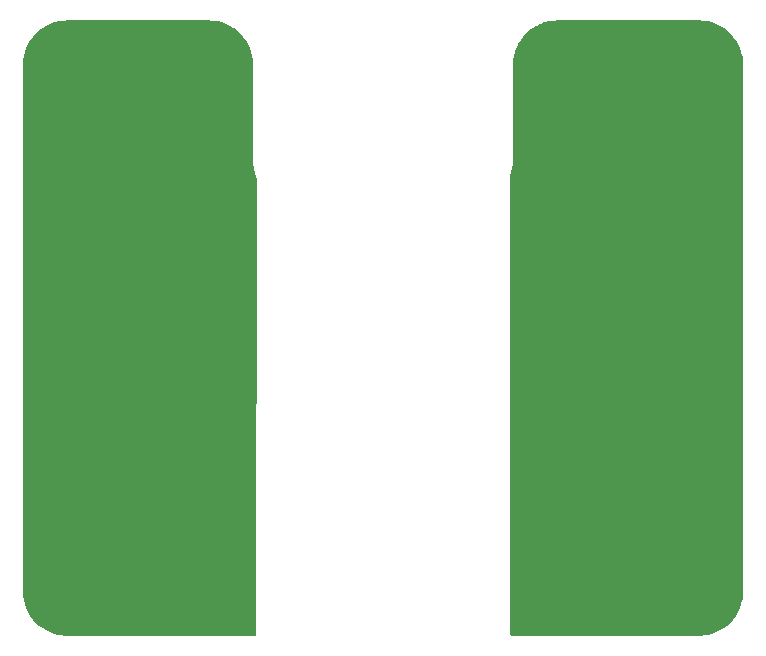
<source format=gtl>
%TF.GenerationSoftware,KiCad,Pcbnew,(6.0.11)*%
%TF.CreationDate,2023-05-27T10:47:30+02:00*%
%TF.ProjectId,dclink,64636c69-6e6b-42e6-9b69-6361645f7063,V0*%
%TF.SameCoordinates,Original*%
%TF.FileFunction,Copper,L1,Top*%
%TF.FilePolarity,Positive*%
%FSLAX46Y46*%
G04 Gerber Fmt 4.6, Leading zero omitted, Abs format (unit mm)*
G04 Created by KiCad (PCBNEW (6.0.11)) date 2023-05-27 10:47:30*
%MOMM*%
%LPD*%
G01*
G04 APERTURE LIST*
%TA.AperFunction,ComponentPad*%
%ADD10C,12.200000*%
%TD*%
%TA.AperFunction,ComponentPad*%
%ADD11O,4.500000X4.000000*%
%TD*%
%TA.AperFunction,ViaPad*%
%ADD12C,0.800000*%
%TD*%
G04 APERTURE END LIST*
D10*
%TO.P, ,1*%
%TO.N,GND*%
X129350000Y-86000000D03*
%TO.P, ,2*%
%TO.N,VDC*%
X170350000Y-86000000D03*
%TD*%
D11*
%TO.P, ,4,GND*%
%TO.N,GND*%
X123850000Y-101800000D03*
%TO.P, ,3,SUP*%
%TO.N,VDC*%
X175850000Y-101800000D03*
%TO.P, ,2,GND*%
%TO.N,GND*%
X123850000Y-121800000D03*
%TO.P, ,1,GND*%
%TO.N,VDC*%
X175850000Y-121800000D03*
%TD*%
D12*
%TO.N,GND*%
X137175000Y-116724995D03*
X137175000Y-114260710D03*
X134875000Y-125358310D03*
X130375000Y-113031390D03*
X137175000Y-106867855D03*
X130375000Y-103169854D03*
X134875000Y-117962158D03*
X130375000Y-100704470D03*
X134875000Y-122892926D03*
X134875000Y-110566006D03*
X125875000Y-110577542D03*
X128125000Y-119189280D03*
X130375000Y-105635238D03*
X123675000Y-114272246D03*
X130375000Y-125358310D03*
X128125000Y-106867855D03*
X134875000Y-100704470D03*
X137175000Y-109332140D03*
X137175000Y-111796425D03*
X130375000Y-122892926D03*
X132625000Y-121653565D03*
X134875000Y-120427542D03*
X123675000Y-116736531D03*
X128125000Y-104403570D03*
X130375000Y-127823694D03*
X130375000Y-120427542D03*
X134875000Y-127823694D03*
X137175000Y-101939285D03*
X128125000Y-101939285D03*
X132675000Y-109332140D03*
X137175000Y-104403570D03*
X128125000Y-109332140D03*
X128125000Y-114260710D03*
X128125000Y-121653565D03*
X132675000Y-119189280D03*
X130375000Y-115496774D03*
X128125000Y-116724995D03*
X132675000Y-106867855D03*
X132675000Y-101939285D03*
X134875000Y-108100622D03*
X123675000Y-109343676D03*
X132675000Y-99475000D03*
X125875000Y-108112158D03*
X132675000Y-104403570D03*
X137175000Y-99475000D03*
X134875000Y-113031390D03*
X134875000Y-115496774D03*
X123675000Y-111807961D03*
X125875000Y-113042926D03*
X125825000Y-105646774D03*
X134825000Y-105635238D03*
X132675000Y-116724995D03*
X137175000Y-126582135D03*
X130375000Y-117962158D03*
X130375000Y-110566006D03*
X125875000Y-115508310D03*
X132675000Y-114260710D03*
X128125000Y-99475000D03*
X132625000Y-124117850D03*
X128125000Y-124117850D03*
X137175000Y-121653565D03*
X132675000Y-111796425D03*
X125875000Y-117973694D03*
X132625000Y-126582135D03*
X137175000Y-119189280D03*
X134875000Y-98239086D03*
X137150000Y-124117850D03*
X134875000Y-103169854D03*
X130375000Y-108100622D03*
X123675000Y-106879391D03*
X130375000Y-98239086D03*
X128125000Y-126582135D03*
X128125000Y-111796425D03*
%TO.N,VDC*%
X162550000Y-101942865D03*
X164900000Y-105638818D03*
X176050000Y-114275826D03*
X171600000Y-106871435D03*
X164850000Y-103173434D03*
X162550000Y-126585715D03*
X162550000Y-114264290D03*
X169350000Y-110569586D03*
X171600000Y-116728575D03*
X167050000Y-109335720D03*
X169350000Y-117965738D03*
X173850000Y-115511890D03*
X169350000Y-120431122D03*
X169350000Y-122896506D03*
X173850000Y-110581122D03*
X164850000Y-110569586D03*
X162550000Y-109335720D03*
X162550000Y-99478580D03*
X171600000Y-101942865D03*
X167050000Y-101942865D03*
X171600000Y-104407150D03*
X167050000Y-111800005D03*
X176050000Y-109347256D03*
X176050000Y-106882971D03*
X167100000Y-121657145D03*
X162550000Y-106871435D03*
X162575000Y-124121430D03*
X162550000Y-116728575D03*
X171600000Y-114264290D03*
X171600000Y-99478580D03*
X167050000Y-114264290D03*
X169350000Y-105638818D03*
X164850000Y-117965738D03*
X173900000Y-105650354D03*
X171600000Y-126585715D03*
X164850000Y-98242666D03*
X167050000Y-106871435D03*
X167050000Y-119192860D03*
X167050000Y-116728575D03*
X167050000Y-104407150D03*
X164850000Y-127827274D03*
X169350000Y-108104202D03*
X164850000Y-125361890D03*
X162550000Y-104407150D03*
X164850000Y-113034970D03*
X164850000Y-100708050D03*
X162550000Y-111800005D03*
X162550000Y-121657145D03*
X164850000Y-108104202D03*
X167100000Y-124121430D03*
X171600000Y-119192860D03*
X169350000Y-98242666D03*
X169350000Y-115500354D03*
X171600000Y-111800005D03*
X164850000Y-120431122D03*
X167100000Y-126585715D03*
X169350000Y-103173434D03*
X169350000Y-113034970D03*
X171600000Y-109335720D03*
X173850000Y-117977274D03*
X167050000Y-99478580D03*
X169350000Y-100708050D03*
X173850000Y-113046506D03*
X173850000Y-108115738D03*
X164850000Y-115500354D03*
X169350000Y-125361890D03*
X176050000Y-116740111D03*
X176050000Y-111811541D03*
X169350000Y-127827274D03*
X162550000Y-119192860D03*
X164850000Y-122896506D03*
X171600000Y-121657145D03*
X171600000Y-124121430D03*
%TD*%
%TA.AperFunction,Conductor*%
%TO.N,VDC*%
G36*
X176587103Y-78756921D02*
G01*
X176600000Y-78759486D01*
X176612169Y-78757066D01*
X176624569Y-78757066D01*
X176635624Y-78756251D01*
X176845747Y-78766573D01*
X176960945Y-78772232D01*
X176973241Y-78773443D01*
X177324595Y-78825562D01*
X177336701Y-78827969D01*
X177681253Y-78914275D01*
X177693085Y-78917864D01*
X178027513Y-79037524D01*
X178038937Y-79042256D01*
X178360021Y-79194118D01*
X178370926Y-79199947D01*
X178675582Y-79382551D01*
X178685863Y-79389421D01*
X178971153Y-79601006D01*
X178980691Y-79608832D01*
X179243887Y-79847380D01*
X179252620Y-79856113D01*
X179491168Y-80119309D01*
X179498994Y-80128847D01*
X179594708Y-80257902D01*
X179710579Y-80414137D01*
X179717449Y-80424418D01*
X179900053Y-80729074D01*
X179905882Y-80739979D01*
X180057744Y-81061063D01*
X180062476Y-81072487D01*
X180182136Y-81406915D01*
X180185725Y-81418746D01*
X180272031Y-81763299D01*
X180274440Y-81775414D01*
X180326556Y-82126754D01*
X180327768Y-82139060D01*
X180343749Y-82464376D01*
X180342934Y-82475431D01*
X180342934Y-82487831D01*
X180340514Y-82500000D01*
X180343079Y-82512894D01*
X180345500Y-82537476D01*
X180345500Y-127062524D01*
X180343079Y-127087103D01*
X180340514Y-127100000D01*
X180342934Y-127112169D01*
X180342934Y-127124569D01*
X180343749Y-127135624D01*
X180327768Y-127460940D01*
X180326556Y-127473246D01*
X180274440Y-127824586D01*
X180272031Y-127836701D01*
X180185725Y-128181253D01*
X180182136Y-128193085D01*
X180062476Y-128527513D01*
X180057744Y-128538937D01*
X179905882Y-128860021D01*
X179900053Y-128870926D01*
X179717449Y-129175582D01*
X179710579Y-129185863D01*
X179498994Y-129471153D01*
X179491168Y-129480691D01*
X179322626Y-129666648D01*
X179252625Y-129743882D01*
X179243887Y-129752620D01*
X178980691Y-129991168D01*
X178971153Y-129998994D01*
X178763082Y-130153310D01*
X178685863Y-130210579D01*
X178675582Y-130217449D01*
X178370926Y-130400053D01*
X178360021Y-130405882D01*
X178038937Y-130557744D01*
X178027513Y-130562476D01*
X177693085Y-130682136D01*
X177681254Y-130685725D01*
X177336701Y-130772031D01*
X177324595Y-130774438D01*
X176973241Y-130826557D01*
X176960945Y-130827768D01*
X176845747Y-130833427D01*
X176635624Y-130843749D01*
X176624569Y-130842934D01*
X176612169Y-130842934D01*
X176600000Y-130840514D01*
X176587103Y-130843079D01*
X176562524Y-130845500D01*
X160734482Y-130845500D01*
X160666361Y-130825498D01*
X160619868Y-130771842D01*
X160608482Y-130719528D01*
X160608447Y-130557744D01*
X160599979Y-91973981D01*
X160606511Y-91933911D01*
X160695532Y-91668308D01*
X160696459Y-91665543D01*
X160786527Y-91282597D01*
X160840877Y-90892975D01*
X160841011Y-90890084D01*
X160858341Y-90515225D01*
X160858341Y-90515224D01*
X160858911Y-90502888D01*
X160859486Y-90500000D01*
X160856921Y-90487103D01*
X160854500Y-90462524D01*
X160854500Y-82537476D01*
X160856921Y-82512894D01*
X160859486Y-82500000D01*
X160857066Y-82487831D01*
X160857066Y-82475431D01*
X160856251Y-82464376D01*
X160872232Y-82139060D01*
X160873444Y-82126754D01*
X160925560Y-81775414D01*
X160927969Y-81763299D01*
X161014275Y-81418746D01*
X161017864Y-81406915D01*
X161137524Y-81072487D01*
X161142256Y-81061063D01*
X161294118Y-80739979D01*
X161299947Y-80729074D01*
X161482551Y-80424418D01*
X161489421Y-80414137D01*
X161605292Y-80257902D01*
X161701006Y-80128847D01*
X161708832Y-80119309D01*
X161947380Y-79856113D01*
X161956113Y-79847380D01*
X162219309Y-79608832D01*
X162228847Y-79601006D01*
X162514137Y-79389421D01*
X162524418Y-79382551D01*
X162829074Y-79199947D01*
X162839979Y-79194118D01*
X163161063Y-79042256D01*
X163172487Y-79037524D01*
X163506915Y-78917864D01*
X163518747Y-78914275D01*
X163863299Y-78827969D01*
X163875405Y-78825562D01*
X164226759Y-78773443D01*
X164239055Y-78772232D01*
X164354253Y-78766573D01*
X164564376Y-78756251D01*
X164575431Y-78757066D01*
X164587831Y-78757066D01*
X164600000Y-78759486D01*
X164612897Y-78756921D01*
X164637476Y-78754500D01*
X176562524Y-78754500D01*
X176587103Y-78756921D01*
G37*
%TD.AperFunction*%
%TD*%
%TA.AperFunction,Conductor*%
%TO.N,GND*%
G36*
X135087103Y-78756921D02*
G01*
X135100000Y-78759486D01*
X135112169Y-78757066D01*
X135124569Y-78757066D01*
X135135624Y-78756251D01*
X135345747Y-78766573D01*
X135460945Y-78772232D01*
X135473241Y-78773443D01*
X135824595Y-78825562D01*
X135836701Y-78827969D01*
X136181253Y-78914275D01*
X136193085Y-78917864D01*
X136527513Y-79037524D01*
X136538937Y-79042256D01*
X136860021Y-79194118D01*
X136870926Y-79199947D01*
X137175582Y-79382551D01*
X137185863Y-79389421D01*
X137471153Y-79601006D01*
X137480691Y-79608832D01*
X137743887Y-79847380D01*
X137752620Y-79856113D01*
X137991168Y-80119309D01*
X137998994Y-80128847D01*
X138094708Y-80257902D01*
X138210579Y-80414137D01*
X138217449Y-80424418D01*
X138400053Y-80729074D01*
X138405882Y-80739979D01*
X138557744Y-81061063D01*
X138562476Y-81072487D01*
X138682136Y-81406915D01*
X138685725Y-81418746D01*
X138772031Y-81763299D01*
X138774440Y-81775414D01*
X138826556Y-82126754D01*
X138827768Y-82139060D01*
X138843749Y-82464376D01*
X138842934Y-82475431D01*
X138842934Y-82487831D01*
X138840514Y-82500000D01*
X138843079Y-82512894D01*
X138845500Y-82537476D01*
X138845500Y-90462524D01*
X138843079Y-90487103D01*
X138840514Y-90500000D01*
X138841089Y-90502888D01*
X138841569Y-90513278D01*
X138841569Y-90513279D01*
X138858989Y-90890084D01*
X138859123Y-90892975D01*
X138913473Y-91282597D01*
X139003541Y-91665543D01*
X139004468Y-91668308D01*
X139124504Y-92026447D01*
X139131036Y-92066589D01*
X139100302Y-130719600D01*
X139080246Y-130787705D01*
X139026553Y-130834155D01*
X138974302Y-130845500D01*
X123137476Y-130845500D01*
X123112897Y-130843079D01*
X123100000Y-130840514D01*
X123087831Y-130842934D01*
X123075431Y-130842934D01*
X123064376Y-130843749D01*
X122854253Y-130833427D01*
X122739055Y-130827768D01*
X122726759Y-130826557D01*
X122375405Y-130774438D01*
X122363299Y-130772031D01*
X122018746Y-130685725D01*
X122006915Y-130682136D01*
X121672487Y-130562476D01*
X121661063Y-130557744D01*
X121339979Y-130405882D01*
X121329074Y-130400053D01*
X121024418Y-130217449D01*
X121014137Y-130210579D01*
X120936918Y-130153310D01*
X120728847Y-129998994D01*
X120719309Y-129991168D01*
X120456113Y-129752620D01*
X120447375Y-129743882D01*
X120377374Y-129666648D01*
X120208832Y-129480691D01*
X120201006Y-129471153D01*
X119989421Y-129185863D01*
X119982551Y-129175582D01*
X119799947Y-128870926D01*
X119794118Y-128860021D01*
X119642256Y-128538937D01*
X119637524Y-128527513D01*
X119517864Y-128193085D01*
X119514275Y-128181253D01*
X119427969Y-127836701D01*
X119425560Y-127824586D01*
X119373444Y-127473246D01*
X119372232Y-127460940D01*
X119356251Y-127135624D01*
X119357066Y-127124569D01*
X119357066Y-127112169D01*
X119359486Y-127100000D01*
X119356921Y-127087103D01*
X119354500Y-127062524D01*
X119354500Y-82537476D01*
X119356921Y-82512894D01*
X119359486Y-82500000D01*
X119357066Y-82487831D01*
X119357066Y-82475431D01*
X119356251Y-82464376D01*
X119372232Y-82139060D01*
X119373444Y-82126754D01*
X119425560Y-81775414D01*
X119427969Y-81763299D01*
X119514275Y-81418746D01*
X119517864Y-81406915D01*
X119637524Y-81072487D01*
X119642256Y-81061063D01*
X119794118Y-80739979D01*
X119799947Y-80729074D01*
X119982551Y-80424418D01*
X119989421Y-80414137D01*
X120105292Y-80257902D01*
X120201006Y-80128847D01*
X120208832Y-80119309D01*
X120447380Y-79856113D01*
X120456113Y-79847380D01*
X120719309Y-79608832D01*
X120728847Y-79601006D01*
X121014137Y-79389421D01*
X121024418Y-79382551D01*
X121329074Y-79199947D01*
X121339979Y-79194118D01*
X121661063Y-79042256D01*
X121672487Y-79037524D01*
X122006915Y-78917864D01*
X122018747Y-78914275D01*
X122363299Y-78827969D01*
X122375405Y-78825562D01*
X122726759Y-78773443D01*
X122739055Y-78772232D01*
X122854253Y-78766573D01*
X123064376Y-78756251D01*
X123075431Y-78757066D01*
X123087831Y-78757066D01*
X123100000Y-78759486D01*
X123112897Y-78756921D01*
X123137476Y-78754500D01*
X135062524Y-78754500D01*
X135087103Y-78756921D01*
G37*
%TD.AperFunction*%
%TD*%
M02*

</source>
